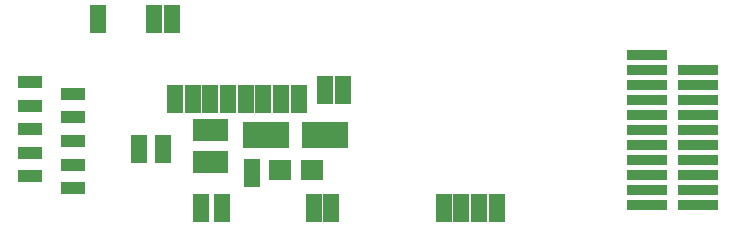
<source format=gbr>
G04 #@! TF.FileFunction,Soldermask,Top*
%FSLAX46Y46*%
G04 Gerber Fmt 4.6, Leading zero omitted, Abs format (unit mm)*
G04 Created by KiCad (PCBNEW 4.0.5) date 2017 June 13, Tuesday 07:26:24*
%MOMM*%
%LPD*%
G01*
G04 APERTURE LIST*
%ADD10C,0.100000*%
%ADD11R,3.900000X2.200000*%
%ADD12R,1.050000X1.960000*%
%ADD13R,1.900000X1.700000*%
%ADD14R,1.400000X2.400000*%
%ADD15R,3.400000X0.900000*%
%ADD16R,2.050000X1.000000*%
G04 APERTURE END LIST*
D10*
D11*
X117500000Y-76250000D03*
X122500000Y-76250000D03*
D12*
X111800000Y-78600000D03*
X112750000Y-78600000D03*
X113700000Y-78600000D03*
X113700000Y-75900000D03*
X111800000Y-75900000D03*
X112750000Y-75900000D03*
D13*
X121350000Y-79250000D03*
X118650000Y-79250000D03*
D14*
X132500000Y-82500000D03*
X118750000Y-73250000D03*
X115750000Y-73250000D03*
X117250000Y-73250000D03*
X108000000Y-66500000D03*
X109500000Y-66500000D03*
X106750000Y-77500000D03*
X108750000Y-77500000D03*
X112000000Y-82500000D03*
X114250000Y-73250000D03*
X112750000Y-73250000D03*
X121550000Y-82500000D03*
X123000000Y-82500000D03*
X134000000Y-82500000D03*
X135500000Y-82500000D03*
X111250000Y-73250000D03*
X109750000Y-73250000D03*
X103250000Y-66500000D03*
X120250000Y-73250000D03*
X124000000Y-72500000D03*
X122500000Y-72500000D03*
X137000000Y-82500000D03*
X116250000Y-79500000D03*
X113750000Y-82500000D03*
D15*
X154000000Y-82250000D03*
X149730000Y-82250000D03*
X154000000Y-80980000D03*
X149730000Y-80980000D03*
X154000000Y-79710000D03*
X149730000Y-79710000D03*
X154000000Y-78440000D03*
X149730000Y-78440000D03*
X154000000Y-77170000D03*
X149730000Y-77170000D03*
X154000000Y-75900000D03*
X149730000Y-75900000D03*
X154000000Y-74630000D03*
X149730000Y-74630000D03*
X154000000Y-73360000D03*
X149730000Y-73360000D03*
X154000000Y-72090000D03*
X149730000Y-72090000D03*
X154000000Y-70820000D03*
X149730000Y-70820000D03*
X149730000Y-69550000D03*
D16*
X97450000Y-71800000D03*
X101100000Y-72800000D03*
X97450000Y-73800000D03*
X101100000Y-74800000D03*
X97450000Y-75800000D03*
X101100000Y-76800000D03*
X97450000Y-77800000D03*
X101100000Y-78800000D03*
X97450000Y-79800000D03*
X101100000Y-80800000D03*
M02*

</source>
